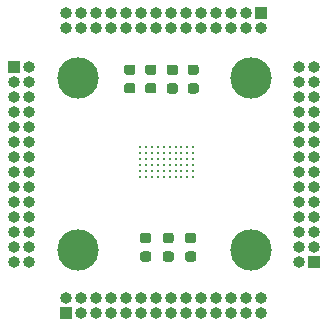
<source format=gbr>
G04 #@! TF.GenerationSoftware,KiCad,Pcbnew,(5.1.10-1-10_14)*
G04 #@! TF.CreationDate,2021-10-21T20:46:12-07:00*
G04 #@! TF.ProjectId,Caravel_breakout,43617261-7665-46c5-9f62-7265616b6f75,rev?*
G04 #@! TF.SameCoordinates,Original*
G04 #@! TF.FileFunction,Soldermask,Top*
G04 #@! TF.FilePolarity,Negative*
%FSLAX46Y46*%
G04 Gerber Fmt 4.6, Leading zero omitted, Abs format (unit mm)*
G04 Created by KiCad (PCBNEW (5.1.10-1-10_14)) date 2021-10-21 20:46:12*
%MOMM*%
%LPD*%
G01*
G04 APERTURE LIST*
%ADD10O,1.000000X1.000000*%
%ADD11R,1.000000X1.000000*%
%ADD12C,0.190000*%
%ADD13C,3.500000*%
G04 APERTURE END LIST*
D10*
X124206000Y-101854000D03*
X122936000Y-101854000D03*
X124206000Y-100584000D03*
X122936000Y-100584000D03*
X124206000Y-99314000D03*
X122936000Y-99314000D03*
X124206000Y-98044000D03*
X122936000Y-98044000D03*
X124206000Y-96774000D03*
X122936000Y-96774000D03*
X124206000Y-95504000D03*
X122936000Y-95504000D03*
X124206000Y-94234000D03*
X122936000Y-94234000D03*
X124206000Y-92964000D03*
X122936000Y-92964000D03*
X124206000Y-91694000D03*
X122936000Y-91694000D03*
X124206000Y-90424000D03*
X122936000Y-90424000D03*
X124206000Y-89154000D03*
X122936000Y-89154000D03*
X124206000Y-87884000D03*
X122936000Y-87884000D03*
X124206000Y-86614000D03*
X122936000Y-86614000D03*
X124206000Y-85344000D03*
D11*
X122936000Y-85344000D03*
D12*
X138140000Y-94595000D03*
X138140000Y-94095000D03*
X138140000Y-93595000D03*
X138140000Y-93095000D03*
X138140000Y-92595000D03*
X138140000Y-92095000D03*
X137640000Y-94595000D03*
X137640000Y-94095000D03*
X137640000Y-93595000D03*
X137640000Y-93095000D03*
X137640000Y-92595000D03*
X137640000Y-92095000D03*
X137140000Y-94595000D03*
X137140000Y-94095000D03*
X137140000Y-93595000D03*
X137140000Y-93095000D03*
X137140000Y-92595000D03*
X137140000Y-92095000D03*
X136640000Y-94595000D03*
X136640000Y-94095000D03*
X136640000Y-93595000D03*
X136640000Y-93095000D03*
X136640000Y-92595000D03*
X136640000Y-92095000D03*
X136140000Y-94595000D03*
X136140000Y-94095000D03*
X136140000Y-93595000D03*
X136140000Y-93095000D03*
X136140000Y-92595000D03*
X136140000Y-92095000D03*
X135640000Y-94595000D03*
X135640000Y-94095000D03*
X135640000Y-93595000D03*
X135640000Y-93095000D03*
X135640000Y-92595000D03*
X135640000Y-92095000D03*
X135140000Y-94595000D03*
X135140000Y-94095000D03*
X135140000Y-93595000D03*
X135140000Y-93095000D03*
X135140000Y-92595000D03*
X135140000Y-92095000D03*
X134640000Y-94595000D03*
X134640000Y-94095000D03*
X134640000Y-93595000D03*
X134640000Y-93095000D03*
X134640000Y-92595000D03*
X134640000Y-92095000D03*
X134140000Y-94595000D03*
X134140000Y-94095000D03*
X134140000Y-93595000D03*
X134140000Y-93095000D03*
X134140000Y-92595000D03*
X134140000Y-92095000D03*
X133640000Y-94595000D03*
X133640000Y-94095000D03*
X133640000Y-93595000D03*
X133640000Y-93095000D03*
X133640000Y-92595000D03*
X133640000Y-92095000D03*
D13*
X128397000Y-86233000D03*
X143002000Y-86233000D03*
X143002000Y-100838000D03*
X128397000Y-100838000D03*
D10*
X147066000Y-85344000D03*
X148336000Y-85344000D03*
X147066000Y-86614000D03*
X148336000Y-86614000D03*
X147066000Y-87884000D03*
X148336000Y-87884000D03*
X147066000Y-89154000D03*
X148336000Y-89154000D03*
X147066000Y-90424000D03*
X148336000Y-90424000D03*
X147066000Y-91694000D03*
X148336000Y-91694000D03*
X147066000Y-92964000D03*
X148336000Y-92964000D03*
X147066000Y-94234000D03*
X148336000Y-94234000D03*
X147066000Y-95504000D03*
X148336000Y-95504000D03*
X147066000Y-96774000D03*
X148336000Y-96774000D03*
X147066000Y-98044000D03*
X148336000Y-98044000D03*
X147066000Y-99314000D03*
X148336000Y-99314000D03*
X147066000Y-100584000D03*
X148336000Y-100584000D03*
X147066000Y-101854000D03*
D11*
X148336000Y-101854000D03*
D10*
X143891000Y-104902000D03*
X143891000Y-106172000D03*
X142621000Y-104902000D03*
X142621000Y-106172000D03*
X141351000Y-104902000D03*
X141351000Y-106172000D03*
X140081000Y-104902000D03*
X140081000Y-106172000D03*
X138811000Y-104902000D03*
X138811000Y-106172000D03*
X137541000Y-104902000D03*
X137541000Y-106172000D03*
X136271000Y-104902000D03*
X136271000Y-106172000D03*
X135001000Y-104902000D03*
X135001000Y-106172000D03*
X133731000Y-104902000D03*
X133731000Y-106172000D03*
X132461000Y-104902000D03*
X132461000Y-106172000D03*
X131191000Y-104902000D03*
X131191000Y-106172000D03*
X129921000Y-104902000D03*
X129921000Y-106172000D03*
X128651000Y-104902000D03*
X128651000Y-106172000D03*
X127381000Y-104902000D03*
D11*
X127381000Y-106172000D03*
D10*
X127381000Y-82042000D03*
X127381000Y-80772000D03*
X128651000Y-82042000D03*
X128651000Y-80772000D03*
X129921000Y-82042000D03*
X129921000Y-80772000D03*
X131191000Y-82042000D03*
X131191000Y-80772000D03*
X132461000Y-82042000D03*
X132461000Y-80772000D03*
X133731000Y-82042000D03*
X133731000Y-80772000D03*
X135001000Y-82042000D03*
X135001000Y-80772000D03*
X136271000Y-82042000D03*
X136271000Y-80772000D03*
X137541000Y-82042000D03*
X137541000Y-80772000D03*
X138811000Y-82042000D03*
X138811000Y-80772000D03*
X140081000Y-82042000D03*
X140081000Y-80772000D03*
X141351000Y-82042000D03*
X141351000Y-80772000D03*
X142621000Y-82042000D03*
X142621000Y-80772000D03*
X143891000Y-82042000D03*
D11*
X143891000Y-80772000D03*
G36*
G01*
X132509550Y-86684600D02*
X133022050Y-86684600D01*
G75*
G02*
X133240800Y-86903350I0J-218750D01*
G01*
X133240800Y-87340850D01*
G75*
G02*
X133022050Y-87559600I-218750J0D01*
G01*
X132509550Y-87559600D01*
G75*
G02*
X132290800Y-87340850I0J218750D01*
G01*
X132290800Y-86903350D01*
G75*
G02*
X132509550Y-86684600I218750J0D01*
G01*
G37*
G36*
G01*
X132509550Y-85109600D02*
X133022050Y-85109600D01*
G75*
G02*
X133240800Y-85328350I0J-218750D01*
G01*
X133240800Y-85765850D01*
G75*
G02*
X133022050Y-85984600I-218750J0D01*
G01*
X132509550Y-85984600D01*
G75*
G02*
X132290800Y-85765850I0J218750D01*
G01*
X132290800Y-85328350D01*
G75*
G02*
X132509550Y-85109600I218750J0D01*
G01*
G37*
G36*
G01*
X137665750Y-100934000D02*
X138178250Y-100934000D01*
G75*
G02*
X138397000Y-101152750I0J-218750D01*
G01*
X138397000Y-101590250D01*
G75*
G02*
X138178250Y-101809000I-218750J0D01*
G01*
X137665750Y-101809000D01*
G75*
G02*
X137447000Y-101590250I0J218750D01*
G01*
X137447000Y-101152750D01*
G75*
G02*
X137665750Y-100934000I218750J0D01*
G01*
G37*
G36*
G01*
X137665750Y-99359000D02*
X138178250Y-99359000D01*
G75*
G02*
X138397000Y-99577750I0J-218750D01*
G01*
X138397000Y-100015250D01*
G75*
G02*
X138178250Y-100234000I-218750J0D01*
G01*
X137665750Y-100234000D01*
G75*
G02*
X137447000Y-100015250I0J218750D01*
G01*
X137447000Y-99577750D01*
G75*
G02*
X137665750Y-99359000I218750J0D01*
G01*
G37*
G36*
G01*
X136113810Y-86697300D02*
X136626310Y-86697300D01*
G75*
G02*
X136845060Y-86916050I0J-218750D01*
G01*
X136845060Y-87353550D01*
G75*
G02*
X136626310Y-87572300I-218750J0D01*
G01*
X136113810Y-87572300D01*
G75*
G02*
X135895060Y-87353550I0J218750D01*
G01*
X135895060Y-86916050D01*
G75*
G02*
X136113810Y-86697300I218750J0D01*
G01*
G37*
G36*
G01*
X136113810Y-85122300D02*
X136626310Y-85122300D01*
G75*
G02*
X136845060Y-85341050I0J-218750D01*
G01*
X136845060Y-85778550D01*
G75*
G02*
X136626310Y-85997300I-218750J0D01*
G01*
X136113810Y-85997300D01*
G75*
G02*
X135895060Y-85778550I0J218750D01*
G01*
X135895060Y-85341050D01*
G75*
G02*
X136113810Y-85122300I218750J0D01*
G01*
G37*
G36*
G01*
X134287550Y-86684600D02*
X134800050Y-86684600D01*
G75*
G02*
X135018800Y-86903350I0J-218750D01*
G01*
X135018800Y-87340850D01*
G75*
G02*
X134800050Y-87559600I-218750J0D01*
G01*
X134287550Y-87559600D01*
G75*
G02*
X134068800Y-87340850I0J218750D01*
G01*
X134068800Y-86903350D01*
G75*
G02*
X134287550Y-86684600I218750J0D01*
G01*
G37*
G36*
G01*
X134287550Y-85109600D02*
X134800050Y-85109600D01*
G75*
G02*
X135018800Y-85328350I0J-218750D01*
G01*
X135018800Y-85765850D01*
G75*
G02*
X134800050Y-85984600I-218750J0D01*
G01*
X134287550Y-85984600D01*
G75*
G02*
X134068800Y-85765850I0J218750D01*
G01*
X134068800Y-85328350D01*
G75*
G02*
X134287550Y-85109600I218750J0D01*
G01*
G37*
G36*
G01*
X135760750Y-100934000D02*
X136273250Y-100934000D01*
G75*
G02*
X136492000Y-101152750I0J-218750D01*
G01*
X136492000Y-101590250D01*
G75*
G02*
X136273250Y-101809000I-218750J0D01*
G01*
X135760750Y-101809000D01*
G75*
G02*
X135542000Y-101590250I0J218750D01*
G01*
X135542000Y-101152750D01*
G75*
G02*
X135760750Y-100934000I218750J0D01*
G01*
G37*
G36*
G01*
X135760750Y-99359000D02*
X136273250Y-99359000D01*
G75*
G02*
X136492000Y-99577750I0J-218750D01*
G01*
X136492000Y-100015250D01*
G75*
G02*
X136273250Y-100234000I-218750J0D01*
G01*
X135760750Y-100234000D01*
G75*
G02*
X135542000Y-100015250I0J218750D01*
G01*
X135542000Y-99577750D01*
G75*
G02*
X135760750Y-99359000I218750J0D01*
G01*
G37*
G36*
G01*
X137874030Y-86697300D02*
X138386530Y-86697300D01*
G75*
G02*
X138605280Y-86916050I0J-218750D01*
G01*
X138605280Y-87353550D01*
G75*
G02*
X138386530Y-87572300I-218750J0D01*
G01*
X137874030Y-87572300D01*
G75*
G02*
X137655280Y-87353550I0J218750D01*
G01*
X137655280Y-86916050D01*
G75*
G02*
X137874030Y-86697300I218750J0D01*
G01*
G37*
G36*
G01*
X137874030Y-85122300D02*
X138386530Y-85122300D01*
G75*
G02*
X138605280Y-85341050I0J-218750D01*
G01*
X138605280Y-85778550D01*
G75*
G02*
X138386530Y-85997300I-218750J0D01*
G01*
X137874030Y-85997300D01*
G75*
G02*
X137655280Y-85778550I0J218750D01*
G01*
X137655280Y-85341050D01*
G75*
G02*
X137874030Y-85122300I218750J0D01*
G01*
G37*
G36*
G01*
X134368250Y-100234000D02*
X133855750Y-100234000D01*
G75*
G02*
X133637000Y-100015250I0J218750D01*
G01*
X133637000Y-99577750D01*
G75*
G02*
X133855750Y-99359000I218750J0D01*
G01*
X134368250Y-99359000D01*
G75*
G02*
X134587000Y-99577750I0J-218750D01*
G01*
X134587000Y-100015250D01*
G75*
G02*
X134368250Y-100234000I-218750J0D01*
G01*
G37*
G36*
G01*
X134368250Y-101809000D02*
X133855750Y-101809000D01*
G75*
G02*
X133637000Y-101590250I0J218750D01*
G01*
X133637000Y-101152750D01*
G75*
G02*
X133855750Y-100934000I218750J0D01*
G01*
X134368250Y-100934000D01*
G75*
G02*
X134587000Y-101152750I0J-218750D01*
G01*
X134587000Y-101590250D01*
G75*
G02*
X134368250Y-101809000I-218750J0D01*
G01*
G37*
M02*

</source>
